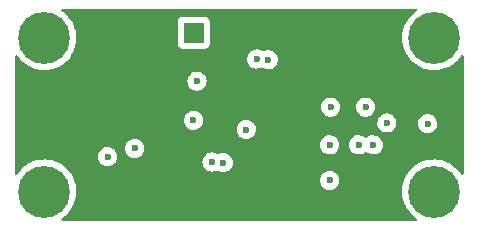
<source format=gbr>
%TF.GenerationSoftware,KiCad,Pcbnew,(6.0.4-0)*%
%TF.CreationDate,2022-07-19T08:11:49-06:00*%
%TF.ProjectId,two-wire-single,74776f2d-7769-4726-952d-73696e676c65,rev?*%
%TF.SameCoordinates,Original*%
%TF.FileFunction,Copper,L3,Inr*%
%TF.FilePolarity,Positive*%
%FSLAX46Y46*%
G04 Gerber Fmt 4.6, Leading zero omitted, Abs format (unit mm)*
G04 Created by KiCad (PCBNEW (6.0.4-0)) date 2022-07-19 08:11:49*
%MOMM*%
%LPD*%
G01*
G04 APERTURE LIST*
%TA.AperFunction,ComponentPad*%
%ADD10C,0.700000*%
%TD*%
%TA.AperFunction,ComponentPad*%
%ADD11C,4.400000*%
%TD*%
%TA.AperFunction,ComponentPad*%
%ADD12R,1.700000X1.700000*%
%TD*%
%TA.AperFunction,ViaPad*%
%ADD13C,0.600000*%
%TD*%
G04 APERTURE END LIST*
D10*
%TO.N,GNDPWR*%
%TO.C,MH1*%
X101350000Y-84000000D03*
X103000000Y-82350000D03*
X104166726Y-85166726D03*
X104166726Y-82833274D03*
D11*
X103000000Y-84000000D03*
D10*
X104650000Y-84000000D03*
X101833274Y-82833274D03*
X101833274Y-85166726D03*
X103000000Y-85650000D03*
%TD*%
D11*
%TO.N,GNDPWR*%
%TO.C,MH2*%
X136000000Y-84000000D03*
D10*
X137166726Y-82833274D03*
X134350000Y-84000000D03*
X137650000Y-84000000D03*
X137166726Y-85166726D03*
X136000000Y-82350000D03*
X136000000Y-85650000D03*
X134833274Y-85166726D03*
X134833274Y-82833274D03*
%TD*%
%TO.N,GNDPWR*%
%TO.C,MH3*%
X101833274Y-98166726D03*
D11*
X103000000Y-97000000D03*
D10*
X104166726Y-98166726D03*
X101833274Y-95833274D03*
X104166726Y-95833274D03*
X103000000Y-95350000D03*
X104650000Y-97000000D03*
X101350000Y-97000000D03*
X103000000Y-98650000D03*
%TD*%
D11*
%TO.N,GNDPWR*%
%TO.C,MH4*%
X136000000Y-97000000D03*
D10*
X134833274Y-95833274D03*
X134350000Y-97000000D03*
X137650000Y-97000000D03*
X136000000Y-95350000D03*
X137166726Y-98166726D03*
X137166726Y-95833274D03*
X134833274Y-98166726D03*
X136000000Y-98650000D03*
%TD*%
D12*
%TO.N,/Channel1/~{DRDY}*%
%TO.C,J3*%
X115650000Y-83550000D03*
%TD*%
D13*
%TO.N,GND*%
X127250000Y-86150000D03*
X120750000Y-90250000D03*
X112050000Y-93550000D03*
X132050000Y-92200000D03*
X118750000Y-89250000D03*
X122250000Y-94950000D03*
X113050000Y-92050000D03*
%TO.N,/Channel1/AIN1*%
X117201808Y-94501808D03*
X110650000Y-93350000D03*
%TO.N,/Channel1/AIN0*%
X108350000Y-94050000D03*
X118150000Y-94550000D03*
%TO.N,VD*%
X132000000Y-91200000D03*
X127250000Y-89850000D03*
X135450000Y-91250000D03*
X130200000Y-89850000D03*
%TO.N,Net-(C11-Pad2)*%
X115925000Y-87650000D03*
X115625000Y-90975000D03*
%TO.N,/Channel1/A1*%
X120968090Y-85773551D03*
%TO.N,/Channel1/A0*%
X121950000Y-85850000D03*
%TO.N,/Channel1/~{DRDY}*%
X120100000Y-91750000D03*
%TO.N,/sda-tx*%
X129600010Y-93050000D03*
X130850010Y-93050000D03*
%TO.N,/Channel1/sda*%
X127150000Y-93050000D03*
%TO.N,/Channel1/scl*%
X127150000Y-96050000D03*
%TD*%
%TA.AperFunction,Conductor*%
%TO.N,GND*%
G36*
X134500316Y-81528502D02*
G01*
X134546809Y-81582158D01*
X134556913Y-81652432D01*
X134527419Y-81717012D01*
X134496618Y-81742785D01*
X134478074Y-81753817D01*
X134478068Y-81753821D01*
X134474814Y-81755757D01*
X134216244Y-81955243D01*
X133983513Y-82184347D01*
X133981149Y-82187314D01*
X133981146Y-82187317D01*
X133866365Y-82331358D01*
X133779991Y-82439751D01*
X133608626Y-82717757D01*
X133471902Y-83014336D01*
X133470741Y-83017940D01*
X133470741Y-83017941D01*
X133462196Y-83044477D01*
X133371797Y-83325192D01*
X133371079Y-83328903D01*
X133371078Y-83328907D01*
X133310482Y-83642105D01*
X133310481Y-83642114D01*
X133309763Y-83645824D01*
X133286698Y-83971585D01*
X133302936Y-84297759D01*
X133303577Y-84301490D01*
X133303578Y-84301498D01*
X133340731Y-84517715D01*
X133358241Y-84619619D01*
X133359329Y-84623258D01*
X133359330Y-84623261D01*
X133428267Y-84853767D01*
X133451814Y-84932504D01*
X133453327Y-84935975D01*
X133453329Y-84935981D01*
X133505362Y-85055364D01*
X133582297Y-85231881D01*
X133584220Y-85235152D01*
X133584222Y-85235156D01*
X133626584Y-85307215D01*
X133747802Y-85513414D01*
X133750103Y-85516429D01*
X133943631Y-85770012D01*
X133943636Y-85770017D01*
X133945931Y-85773025D01*
X134173814Y-86006953D01*
X134246635Y-86065607D01*
X134425196Y-86209431D01*
X134425201Y-86209435D01*
X134428149Y-86211809D01*
X134705253Y-86384627D01*
X135001112Y-86522903D01*
X135004721Y-86524086D01*
X135208679Y-86590947D01*
X135311440Y-86624634D01*
X135631742Y-86688346D01*
X135635514Y-86688633D01*
X135635522Y-86688634D01*
X135953602Y-86712829D01*
X135953607Y-86712829D01*
X135957379Y-86713116D01*
X136283633Y-86698586D01*
X136343425Y-86688634D01*
X136602037Y-86645590D01*
X136602042Y-86645589D01*
X136605778Y-86644967D01*
X136919149Y-86553034D01*
X136922616Y-86551544D01*
X136922620Y-86551543D01*
X137215721Y-86425616D01*
X137215723Y-86425615D01*
X137219205Y-86424119D01*
X137501601Y-86260091D01*
X137762245Y-86063324D01*
X137894633Y-85935702D01*
X137994632Y-85839303D01*
X137994635Y-85839300D01*
X137997363Y-85836670D01*
X138133261Y-85669745D01*
X138201155Y-85586351D01*
X138201158Y-85586347D01*
X138203549Y-85583410D01*
X138258939Y-85495622D01*
X138312205Y-85448685D01*
X138382392Y-85437996D01*
X138447217Y-85466951D01*
X138486096Y-85526355D01*
X138491500Y-85562859D01*
X138491500Y-95433521D01*
X138471498Y-95501642D01*
X138417842Y-95548135D01*
X138347568Y-95558239D01*
X138282988Y-95528745D01*
X138257557Y-95498515D01*
X138236226Y-95463084D01*
X138233899Y-95460100D01*
X138233894Y-95460093D01*
X138037726Y-95208558D01*
X138037724Y-95208556D01*
X138035390Y-95205563D01*
X137805070Y-94974034D01*
X137548603Y-94771852D01*
X137269705Y-94601945D01*
X137266261Y-94600379D01*
X137266257Y-94600377D01*
X137039904Y-94497461D01*
X136972414Y-94466775D01*
X136661037Y-94368300D01*
X136443492Y-94327390D01*
X136343809Y-94308645D01*
X136343807Y-94308645D01*
X136340086Y-94307945D01*
X136014208Y-94286586D01*
X136010428Y-94286794D01*
X136010427Y-94286794D01*
X135912897Y-94292162D01*
X135688124Y-94304532D01*
X135684397Y-94305193D01*
X135684393Y-94305193D01*
X135527340Y-94333027D01*
X135366557Y-94361522D01*
X135362941Y-94362624D01*
X135362933Y-94362626D01*
X135057789Y-94455627D01*
X135054167Y-94456731D01*
X134755477Y-94588781D01*
X134730041Y-94603914D01*
X134478074Y-94753817D01*
X134478068Y-94753821D01*
X134474814Y-94755757D01*
X134471812Y-94758073D01*
X134336447Y-94862507D01*
X134216244Y-94955243D01*
X133983513Y-95184347D01*
X133981149Y-95187314D01*
X133981146Y-95187317D01*
X133804605Y-95408862D01*
X133779991Y-95439751D01*
X133608626Y-95717757D01*
X133471902Y-96014336D01*
X133470741Y-96017940D01*
X133470741Y-96017941D01*
X133462196Y-96044477D01*
X133371797Y-96325192D01*
X133371079Y-96328903D01*
X133371078Y-96328907D01*
X133310482Y-96642105D01*
X133310481Y-96642114D01*
X133309763Y-96645824D01*
X133309496Y-96649600D01*
X133309495Y-96649605D01*
X133295673Y-96844820D01*
X133286698Y-96971585D01*
X133302936Y-97297759D01*
X133303577Y-97301490D01*
X133303578Y-97301498D01*
X133318109Y-97386060D01*
X133358241Y-97619619D01*
X133451814Y-97932504D01*
X133582297Y-98231881D01*
X133584220Y-98235152D01*
X133584222Y-98235156D01*
X133626584Y-98307215D01*
X133747802Y-98513414D01*
X133750103Y-98516429D01*
X133943631Y-98770012D01*
X133943636Y-98770017D01*
X133945931Y-98773025D01*
X134173814Y-99006953D01*
X134246635Y-99065607D01*
X134425196Y-99209431D01*
X134425201Y-99209435D01*
X134428149Y-99211809D01*
X134431371Y-99213818D01*
X134431376Y-99213822D01*
X134503156Y-99258588D01*
X134550373Y-99311607D01*
X134561429Y-99381738D01*
X134532815Y-99446713D01*
X134473615Y-99485903D01*
X134436480Y-99491500D01*
X104570222Y-99491500D01*
X104502101Y-99471498D01*
X104455608Y-99417842D01*
X104445504Y-99347568D01*
X104474998Y-99282988D01*
X104499890Y-99261085D01*
X104501601Y-99260091D01*
X104504623Y-99257810D01*
X104504627Y-99257807D01*
X104759221Y-99065607D01*
X104759222Y-99065606D01*
X104762245Y-99063324D01*
X104997363Y-98836670D01*
X105203549Y-98583410D01*
X105255429Y-98501185D01*
X105375788Y-98310428D01*
X105375790Y-98310425D01*
X105377815Y-98307215D01*
X105517638Y-98012084D01*
X105544188Y-97932504D01*
X105619790Y-97705897D01*
X105619792Y-97705891D01*
X105620992Y-97702293D01*
X105686381Y-97382329D01*
X105692956Y-97301498D01*
X105712674Y-97059061D01*
X105712856Y-97056826D01*
X105713451Y-97000000D01*
X105711510Y-96967796D01*
X105694026Y-96677793D01*
X105694026Y-96677789D01*
X105693798Y-96674015D01*
X105688650Y-96645824D01*
X105635805Y-96356473D01*
X105635804Y-96356469D01*
X105635125Y-96352751D01*
X105627722Y-96328907D01*
X105539404Y-96044477D01*
X105538282Y-96040863D01*
X105537285Y-96038640D01*
X126336463Y-96038640D01*
X126354163Y-96219160D01*
X126411418Y-96391273D01*
X126415065Y-96397295D01*
X126415066Y-96397297D01*
X126425978Y-96415314D01*
X126505380Y-96546424D01*
X126631382Y-96676902D01*
X126783159Y-96776222D01*
X126789763Y-96778678D01*
X126789765Y-96778679D01*
X126946558Y-96836990D01*
X126946560Y-96836990D01*
X126953168Y-96839448D01*
X127036995Y-96850633D01*
X127125980Y-96862507D01*
X127125984Y-96862507D01*
X127132961Y-96863438D01*
X127139972Y-96862800D01*
X127139976Y-96862800D01*
X127282459Y-96849832D01*
X127313600Y-96846998D01*
X127320302Y-96844820D01*
X127320304Y-96844820D01*
X127479409Y-96793124D01*
X127479412Y-96793123D01*
X127486108Y-96790947D01*
X127641912Y-96698069D01*
X127773266Y-96572982D01*
X127873643Y-96421902D01*
X127938055Y-96252338D01*
X127939035Y-96245366D01*
X127962748Y-96076639D01*
X127962748Y-96076636D01*
X127963299Y-96072717D01*
X127963616Y-96050000D01*
X127943397Y-95869745D01*
X127941080Y-95863091D01*
X127886064Y-95705106D01*
X127886062Y-95705103D01*
X127883745Y-95698448D01*
X127787626Y-95544624D01*
X127773941Y-95530843D01*
X127664778Y-95420915D01*
X127664774Y-95420912D01*
X127659815Y-95415918D01*
X127648697Y-95408862D01*
X127547782Y-95344820D01*
X127506666Y-95318727D01*
X127444605Y-95296628D01*
X127342425Y-95260243D01*
X127342420Y-95260242D01*
X127335790Y-95257881D01*
X127328802Y-95257048D01*
X127328799Y-95257047D01*
X127205698Y-95242368D01*
X127155680Y-95236404D01*
X127148677Y-95237140D01*
X127148676Y-95237140D01*
X126982288Y-95254628D01*
X126982286Y-95254629D01*
X126975288Y-95255364D01*
X126803579Y-95313818D01*
X126797575Y-95317512D01*
X126655095Y-95405166D01*
X126655092Y-95405168D01*
X126649088Y-95408862D01*
X126644053Y-95413793D01*
X126644050Y-95413795D01*
X126524525Y-95530843D01*
X126519493Y-95535771D01*
X126421235Y-95688238D01*
X126418826Y-95694858D01*
X126418824Y-95694861D01*
X126400088Y-95746338D01*
X126359197Y-95858685D01*
X126336463Y-96038640D01*
X105537285Y-96038640D01*
X105404670Y-95742869D01*
X105236226Y-95463084D01*
X105233899Y-95460100D01*
X105233894Y-95460093D01*
X105037726Y-95208558D01*
X105037724Y-95208556D01*
X105035390Y-95205563D01*
X104805070Y-94974034D01*
X104548603Y-94771852D01*
X104269705Y-94601945D01*
X104266261Y-94600379D01*
X104266257Y-94600377D01*
X104039904Y-94497461D01*
X103972414Y-94466775D01*
X103661037Y-94368300D01*
X103443492Y-94327390D01*
X103343809Y-94308645D01*
X103343807Y-94308645D01*
X103340086Y-94307945D01*
X103014208Y-94286586D01*
X103010428Y-94286794D01*
X103010427Y-94286794D01*
X102912897Y-94292162D01*
X102688124Y-94304532D01*
X102684397Y-94305193D01*
X102684393Y-94305193D01*
X102527340Y-94333027D01*
X102366557Y-94361522D01*
X102362941Y-94362624D01*
X102362933Y-94362626D01*
X102057789Y-94455627D01*
X102054167Y-94456731D01*
X101755477Y-94588781D01*
X101730041Y-94603914D01*
X101478074Y-94753817D01*
X101478068Y-94753821D01*
X101474814Y-94755757D01*
X101471812Y-94758073D01*
X101336447Y-94862507D01*
X101216244Y-94955243D01*
X100983513Y-95184347D01*
X100981149Y-95187314D01*
X100981146Y-95187317D01*
X100804605Y-95408862D01*
X100779991Y-95439751D01*
X100778000Y-95442981D01*
X100741760Y-95501773D01*
X100688988Y-95549266D01*
X100618916Y-95560690D01*
X100553792Y-95532416D01*
X100514293Y-95473422D01*
X100508500Y-95435657D01*
X100508500Y-94038640D01*
X107536463Y-94038640D01*
X107554163Y-94219160D01*
X107611418Y-94391273D01*
X107615065Y-94397295D01*
X107615066Y-94397297D01*
X107625978Y-94415314D01*
X107705380Y-94546424D01*
X107710269Y-94551487D01*
X107710270Y-94551488D01*
X107746284Y-94588781D01*
X107831382Y-94676902D01*
X107837278Y-94680760D01*
X107948921Y-94753817D01*
X107983159Y-94776222D01*
X107989763Y-94778678D01*
X107989765Y-94778679D01*
X108146558Y-94836990D01*
X108146560Y-94836990D01*
X108153168Y-94839448D01*
X108236995Y-94850633D01*
X108325980Y-94862507D01*
X108325984Y-94862507D01*
X108332961Y-94863438D01*
X108339972Y-94862800D01*
X108339976Y-94862800D01*
X108482459Y-94849832D01*
X108513600Y-94846998D01*
X108520302Y-94844820D01*
X108520304Y-94844820D01*
X108679409Y-94793124D01*
X108679412Y-94793123D01*
X108686108Y-94790947D01*
X108841912Y-94698069D01*
X108973266Y-94572982D01*
X109028101Y-94490448D01*
X116388271Y-94490448D01*
X116405971Y-94670968D01*
X116463226Y-94843081D01*
X116466873Y-94849103D01*
X116466874Y-94849105D01*
X116529748Y-94952922D01*
X116557188Y-94998232D01*
X116683190Y-95128710D01*
X116689086Y-95132568D01*
X116805211Y-95208558D01*
X116834967Y-95228030D01*
X116841571Y-95230486D01*
X116841573Y-95230487D01*
X116998366Y-95288798D01*
X116998368Y-95288798D01*
X117004976Y-95291256D01*
X117088803Y-95302441D01*
X117177788Y-95314315D01*
X117177792Y-95314315D01*
X117184769Y-95315246D01*
X117191780Y-95314608D01*
X117191784Y-95314608D01*
X117334267Y-95301640D01*
X117365408Y-95298806D01*
X117372110Y-95296628D01*
X117372112Y-95296628D01*
X117531217Y-95244932D01*
X117531220Y-95244931D01*
X117537916Y-95242755D01*
X117562618Y-95228030D01*
X117571859Y-95222521D01*
X117640614Y-95204821D01*
X117705368Y-95225317D01*
X117783159Y-95276222D01*
X117789763Y-95278678D01*
X117789765Y-95278679D01*
X117946558Y-95336990D01*
X117946560Y-95336990D01*
X117953168Y-95339448D01*
X118036995Y-95350633D01*
X118125980Y-95362507D01*
X118125984Y-95362507D01*
X118132961Y-95363438D01*
X118139972Y-95362800D01*
X118139976Y-95362800D01*
X118282459Y-95349832D01*
X118313600Y-95346998D01*
X118320302Y-95344820D01*
X118320304Y-95344820D01*
X118479409Y-95293124D01*
X118479412Y-95293123D01*
X118486108Y-95290947D01*
X118598124Y-95224172D01*
X118635860Y-95201677D01*
X118635862Y-95201676D01*
X118641912Y-95198069D01*
X118773266Y-95072982D01*
X118873643Y-94921902D01*
X118938055Y-94752338D01*
X118948115Y-94680760D01*
X118962748Y-94576639D01*
X118962748Y-94576636D01*
X118963299Y-94572717D01*
X118963616Y-94550000D01*
X118943397Y-94369745D01*
X118940918Y-94362626D01*
X118886064Y-94205106D01*
X118886062Y-94205103D01*
X118883745Y-94198448D01*
X118807631Y-94076639D01*
X118791359Y-94050598D01*
X118787626Y-94044624D01*
X118781684Y-94038640D01*
X118664778Y-93920915D01*
X118664774Y-93920912D01*
X118659815Y-93915918D01*
X118506666Y-93818727D01*
X118477463Y-93808328D01*
X118342425Y-93760243D01*
X118342420Y-93760242D01*
X118335790Y-93757881D01*
X118328802Y-93757048D01*
X118328799Y-93757047D01*
X118205698Y-93742368D01*
X118155680Y-93736404D01*
X118148677Y-93737140D01*
X118148676Y-93737140D01*
X117982288Y-93754628D01*
X117982286Y-93754629D01*
X117975288Y-93755364D01*
X117906800Y-93778679D01*
X117810249Y-93811547D01*
X117810246Y-93811548D01*
X117803579Y-93813818D01*
X117780813Y-93827824D01*
X117712312Y-93846482D01*
X117647277Y-93826891D01*
X117640367Y-93822506D01*
X117558474Y-93770535D01*
X117513802Y-93754628D01*
X117394233Y-93712051D01*
X117394228Y-93712050D01*
X117387598Y-93709689D01*
X117380610Y-93708856D01*
X117380607Y-93708855D01*
X117257506Y-93694176D01*
X117207488Y-93688212D01*
X117200485Y-93688948D01*
X117200484Y-93688948D01*
X117034096Y-93706436D01*
X117034094Y-93706437D01*
X117027096Y-93707172D01*
X116855387Y-93765626D01*
X116849383Y-93769320D01*
X116706903Y-93856974D01*
X116706900Y-93856976D01*
X116700896Y-93860670D01*
X116695861Y-93865601D01*
X116695858Y-93865603D01*
X116587379Y-93971834D01*
X116571301Y-93987579D01*
X116473043Y-94140046D01*
X116470634Y-94146666D01*
X116470632Y-94146669D01*
X116441815Y-94225844D01*
X116411005Y-94310493D01*
X116388271Y-94490448D01*
X109028101Y-94490448D01*
X109073643Y-94421902D01*
X109138055Y-94252338D01*
X109139035Y-94245366D01*
X109162748Y-94076639D01*
X109162748Y-94076636D01*
X109163299Y-94072717D01*
X109163616Y-94050000D01*
X109143397Y-93869745D01*
X109141080Y-93863091D01*
X109086064Y-93705106D01*
X109086062Y-93705103D01*
X109083745Y-93698448D01*
X108987626Y-93544624D01*
X108871588Y-93427773D01*
X108864778Y-93420915D01*
X108864774Y-93420912D01*
X108859815Y-93415918D01*
X108848697Y-93408862D01*
X108785501Y-93368757D01*
X108738044Y-93338640D01*
X109836463Y-93338640D01*
X109854163Y-93519160D01*
X109911418Y-93691273D01*
X109915065Y-93697295D01*
X109915066Y-93697297D01*
X110001720Y-93840380D01*
X110005380Y-93846424D01*
X110010269Y-93851487D01*
X110010270Y-93851488D01*
X110072490Y-93915918D01*
X110131382Y-93976902D01*
X110147698Y-93987579D01*
X110243088Y-94050000D01*
X110283159Y-94076222D01*
X110289763Y-94078678D01*
X110289765Y-94078679D01*
X110446558Y-94136990D01*
X110446560Y-94136990D01*
X110453168Y-94139448D01*
X110536995Y-94150633D01*
X110625980Y-94162507D01*
X110625984Y-94162507D01*
X110632961Y-94163438D01*
X110639972Y-94162800D01*
X110639976Y-94162800D01*
X110782459Y-94149832D01*
X110813600Y-94146998D01*
X110820302Y-94144820D01*
X110820304Y-94144820D01*
X110979409Y-94093124D01*
X110979412Y-94093123D01*
X110986108Y-94090947D01*
X111141912Y-93998069D01*
X111273266Y-93872982D01*
X111373643Y-93721902D01*
X111438055Y-93552338D01*
X111439733Y-93540401D01*
X111462748Y-93376639D01*
X111462748Y-93376636D01*
X111463299Y-93372717D01*
X111463616Y-93350000D01*
X111443397Y-93169745D01*
X111441080Y-93163091D01*
X111397742Y-93038640D01*
X126336463Y-93038640D01*
X126354163Y-93219160D01*
X126411418Y-93391273D01*
X126415065Y-93397295D01*
X126415066Y-93397297D01*
X126501264Y-93539627D01*
X126505380Y-93546424D01*
X126631382Y-93676902D01*
X126680211Y-93708855D01*
X126772612Y-93769320D01*
X126783159Y-93776222D01*
X126789763Y-93778678D01*
X126789765Y-93778679D01*
X126946558Y-93836990D01*
X126946560Y-93836990D01*
X126953168Y-93839448D01*
X127036995Y-93850633D01*
X127125980Y-93862507D01*
X127125984Y-93862507D01*
X127132961Y-93863438D01*
X127139972Y-93862800D01*
X127139976Y-93862800D01*
X127282459Y-93849832D01*
X127313600Y-93846998D01*
X127320302Y-93844820D01*
X127320304Y-93844820D01*
X127479409Y-93793124D01*
X127479412Y-93793123D01*
X127486108Y-93790947D01*
X127601932Y-93721902D01*
X127635860Y-93701677D01*
X127635862Y-93701676D01*
X127641912Y-93698069D01*
X127773266Y-93572982D01*
X127873643Y-93421902D01*
X127938055Y-93252338D01*
X127940191Y-93237140D01*
X127962748Y-93076639D01*
X127962748Y-93076636D01*
X127963299Y-93072717D01*
X127963616Y-93050000D01*
X127962342Y-93038640D01*
X128786473Y-93038640D01*
X128804173Y-93219160D01*
X128861428Y-93391273D01*
X128865075Y-93397295D01*
X128865076Y-93397297D01*
X128951274Y-93539627D01*
X128955390Y-93546424D01*
X129081392Y-93676902D01*
X129130221Y-93708855D01*
X129222622Y-93769320D01*
X129233169Y-93776222D01*
X129239773Y-93778678D01*
X129239775Y-93778679D01*
X129396568Y-93836990D01*
X129396570Y-93836990D01*
X129403178Y-93839448D01*
X129487005Y-93850633D01*
X129575990Y-93862507D01*
X129575994Y-93862507D01*
X129582971Y-93863438D01*
X129589982Y-93862800D01*
X129589986Y-93862800D01*
X129732469Y-93849832D01*
X129763610Y-93846998D01*
X129770312Y-93844820D01*
X129770314Y-93844820D01*
X129929419Y-93793124D01*
X129929422Y-93793123D01*
X129936118Y-93790947D01*
X130051942Y-93721902D01*
X130085870Y-93701677D01*
X130085872Y-93701676D01*
X130091922Y-93698069D01*
X130136709Y-93655419D01*
X130199834Y-93622927D01*
X130270505Y-93629720D01*
X130314235Y-93659136D01*
X130331392Y-93676902D01*
X130380221Y-93708855D01*
X130472622Y-93769320D01*
X130483169Y-93776222D01*
X130489773Y-93778678D01*
X130489775Y-93778679D01*
X130646568Y-93836990D01*
X130646570Y-93836990D01*
X130653178Y-93839448D01*
X130737005Y-93850633D01*
X130825990Y-93862507D01*
X130825994Y-93862507D01*
X130832971Y-93863438D01*
X130839982Y-93862800D01*
X130839986Y-93862800D01*
X130982469Y-93849832D01*
X131013610Y-93846998D01*
X131020312Y-93844820D01*
X131020314Y-93844820D01*
X131179419Y-93793124D01*
X131179422Y-93793123D01*
X131186118Y-93790947D01*
X131301942Y-93721902D01*
X131335870Y-93701677D01*
X131335872Y-93701676D01*
X131341922Y-93698069D01*
X131473276Y-93572982D01*
X131573653Y-93421902D01*
X131638065Y-93252338D01*
X131640201Y-93237140D01*
X131662758Y-93076639D01*
X131662758Y-93076636D01*
X131663309Y-93072717D01*
X131663626Y-93050000D01*
X131643407Y-92869745D01*
X131641090Y-92863091D01*
X131586074Y-92705106D01*
X131586072Y-92705103D01*
X131583755Y-92698448D01*
X131533181Y-92617512D01*
X131491369Y-92550598D01*
X131487636Y-92544624D01*
X131482496Y-92539448D01*
X131364788Y-92420915D01*
X131364784Y-92420912D01*
X131359825Y-92415918D01*
X131348707Y-92408862D01*
X131298345Y-92376902D01*
X131206676Y-92318727D01*
X131177473Y-92308328D01*
X131042435Y-92260243D01*
X131042430Y-92260242D01*
X131035800Y-92257881D01*
X131028812Y-92257048D01*
X131028809Y-92257047D01*
X130905708Y-92242368D01*
X130855690Y-92236404D01*
X130848687Y-92237140D01*
X130848686Y-92237140D01*
X130682298Y-92254628D01*
X130682296Y-92254629D01*
X130675298Y-92255364D01*
X130503589Y-92313818D01*
X130497585Y-92317512D01*
X130355106Y-92405166D01*
X130349098Y-92408862D01*
X130344066Y-92413790D01*
X130313636Y-92443589D01*
X130250971Y-92476959D01*
X130180212Y-92471153D01*
X130136072Y-92442349D01*
X130114787Y-92420915D01*
X130109825Y-92415918D01*
X130098707Y-92408862D01*
X130048345Y-92376902D01*
X129956676Y-92318727D01*
X129927473Y-92308328D01*
X129792435Y-92260243D01*
X129792430Y-92260242D01*
X129785800Y-92257881D01*
X129778812Y-92257048D01*
X129778809Y-92257047D01*
X129655708Y-92242368D01*
X129605690Y-92236404D01*
X129598687Y-92237140D01*
X129598686Y-92237140D01*
X129432298Y-92254628D01*
X129432296Y-92254629D01*
X129425298Y-92255364D01*
X129253589Y-92313818D01*
X129247585Y-92317512D01*
X129105105Y-92405166D01*
X129105102Y-92405168D01*
X129099098Y-92408862D01*
X129094066Y-92413790D01*
X129094060Y-92413795D01*
X128974535Y-92530843D01*
X128969503Y-92535771D01*
X128871245Y-92688238D01*
X128868836Y-92694858D01*
X128868834Y-92694861D01*
X128814325Y-92844624D01*
X128809207Y-92858685D01*
X128786473Y-93038640D01*
X127962342Y-93038640D01*
X127943397Y-92869745D01*
X127941080Y-92863091D01*
X127886064Y-92705106D01*
X127886062Y-92705103D01*
X127883745Y-92698448D01*
X127833171Y-92617512D01*
X127791359Y-92550598D01*
X127787626Y-92544624D01*
X127782486Y-92539448D01*
X127664778Y-92420915D01*
X127664774Y-92420912D01*
X127659815Y-92415918D01*
X127648697Y-92408862D01*
X127598335Y-92376902D01*
X127506666Y-92318727D01*
X127477463Y-92308328D01*
X127342425Y-92260243D01*
X127342420Y-92260242D01*
X127335790Y-92257881D01*
X127328802Y-92257048D01*
X127328799Y-92257047D01*
X127205698Y-92242368D01*
X127155680Y-92236404D01*
X127148677Y-92237140D01*
X127148676Y-92237140D01*
X126982288Y-92254628D01*
X126982286Y-92254629D01*
X126975288Y-92255364D01*
X126803579Y-92313818D01*
X126797575Y-92317512D01*
X126655095Y-92405166D01*
X126655092Y-92405168D01*
X126649088Y-92408862D01*
X126644056Y-92413790D01*
X126644050Y-92413795D01*
X126524525Y-92530843D01*
X126519493Y-92535771D01*
X126421235Y-92688238D01*
X126418826Y-92694858D01*
X126418824Y-92694861D01*
X126364315Y-92844624D01*
X126359197Y-92858685D01*
X126336463Y-93038640D01*
X111397742Y-93038640D01*
X111386064Y-93005106D01*
X111386062Y-93005103D01*
X111383745Y-92998448D01*
X111287626Y-92844624D01*
X111273941Y-92830843D01*
X111164778Y-92720915D01*
X111164774Y-92720912D01*
X111159815Y-92715918D01*
X111148697Y-92708862D01*
X111100538Y-92678300D01*
X111006666Y-92618727D01*
X110977463Y-92608328D01*
X110842425Y-92560243D01*
X110842420Y-92560242D01*
X110835790Y-92557881D01*
X110828802Y-92557048D01*
X110828799Y-92557047D01*
X110705698Y-92542368D01*
X110655680Y-92536404D01*
X110648677Y-92537140D01*
X110648676Y-92537140D01*
X110482288Y-92554628D01*
X110482286Y-92554629D01*
X110475288Y-92555364D01*
X110303579Y-92613818D01*
X110297575Y-92617512D01*
X110155095Y-92705166D01*
X110155092Y-92705168D01*
X110149088Y-92708862D01*
X110144053Y-92713793D01*
X110144050Y-92713795D01*
X110024525Y-92830843D01*
X110019493Y-92835771D01*
X109921235Y-92988238D01*
X109918826Y-92994858D01*
X109918824Y-92994861D01*
X109898755Y-93050000D01*
X109859197Y-93158685D01*
X109836463Y-93338640D01*
X108738044Y-93338640D01*
X108706666Y-93318727D01*
X108677463Y-93308328D01*
X108542425Y-93260243D01*
X108542420Y-93260242D01*
X108535790Y-93257881D01*
X108528802Y-93257048D01*
X108528799Y-93257047D01*
X108405698Y-93242368D01*
X108355680Y-93236404D01*
X108348677Y-93237140D01*
X108348676Y-93237140D01*
X108182288Y-93254628D01*
X108182286Y-93254629D01*
X108175288Y-93255364D01*
X108003579Y-93313818D01*
X107997575Y-93317512D01*
X107855095Y-93405166D01*
X107855092Y-93405168D01*
X107849088Y-93408862D01*
X107844053Y-93413793D01*
X107844050Y-93413795D01*
X107729630Y-93525844D01*
X107719493Y-93535771D01*
X107621235Y-93688238D01*
X107618826Y-93694858D01*
X107618824Y-93694861D01*
X107561606Y-93852066D01*
X107559197Y-93858685D01*
X107536463Y-94038640D01*
X100508500Y-94038640D01*
X100508500Y-90963640D01*
X114811463Y-90963640D01*
X114829163Y-91144160D01*
X114886418Y-91316273D01*
X114890065Y-91322295D01*
X114890066Y-91322297D01*
X114964599Y-91445366D01*
X114980380Y-91471424D01*
X115106382Y-91601902D01*
X115112278Y-91605760D01*
X115241623Y-91690401D01*
X115258159Y-91701222D01*
X115264763Y-91703678D01*
X115264765Y-91703679D01*
X115421558Y-91761990D01*
X115421560Y-91761990D01*
X115428168Y-91764448D01*
X115511995Y-91775633D01*
X115600980Y-91787507D01*
X115600984Y-91787507D01*
X115607961Y-91788438D01*
X115614972Y-91787800D01*
X115614976Y-91787800D01*
X115757459Y-91774832D01*
X115788600Y-91771998D01*
X115795302Y-91769820D01*
X115795304Y-91769820D01*
X115891267Y-91738640D01*
X119286463Y-91738640D01*
X119304163Y-91919160D01*
X119361418Y-92091273D01*
X119365065Y-92097295D01*
X119365066Y-92097297D01*
X119449817Y-92237238D01*
X119455380Y-92246424D01*
X119460269Y-92251487D01*
X119460270Y-92251488D01*
X119466204Y-92257633D01*
X119581382Y-92376902D01*
X119641005Y-92415918D01*
X119725413Y-92471153D01*
X119733159Y-92476222D01*
X119739763Y-92478678D01*
X119739765Y-92478679D01*
X119896558Y-92536990D01*
X119896560Y-92536990D01*
X119903168Y-92539448D01*
X119986732Y-92550598D01*
X120075980Y-92562507D01*
X120075984Y-92562507D01*
X120082961Y-92563438D01*
X120089972Y-92562800D01*
X120089976Y-92562800D01*
X120232459Y-92549832D01*
X120263600Y-92546998D01*
X120270302Y-92544820D01*
X120270304Y-92544820D01*
X120429409Y-92493124D01*
X120429412Y-92493123D01*
X120436108Y-92490947D01*
X120561970Y-92415918D01*
X120585860Y-92401677D01*
X120585862Y-92401676D01*
X120591912Y-92398069D01*
X120723266Y-92272982D01*
X120823643Y-92121902D01*
X120871090Y-91996998D01*
X120885555Y-91958920D01*
X120885556Y-91958918D01*
X120888055Y-91952338D01*
X120891380Y-91928679D01*
X120912748Y-91776639D01*
X120912748Y-91776636D01*
X120913299Y-91772717D01*
X120913616Y-91750000D01*
X120893397Y-91569745D01*
X120891080Y-91563091D01*
X120836064Y-91405106D01*
X120836062Y-91405103D01*
X120833745Y-91398448D01*
X120737626Y-91244624D01*
X120728835Y-91235771D01*
X120682032Y-91188640D01*
X131186463Y-91188640D01*
X131204163Y-91369160D01*
X131261418Y-91541273D01*
X131265065Y-91547295D01*
X131265066Y-91547297D01*
X131295067Y-91596834D01*
X131355380Y-91696424D01*
X131360269Y-91701487D01*
X131360270Y-91701488D01*
X131381027Y-91722982D01*
X131481382Y-91826902D01*
X131633159Y-91926222D01*
X131639763Y-91928678D01*
X131639765Y-91928679D01*
X131796558Y-91986990D01*
X131796560Y-91986990D01*
X131803168Y-91989448D01*
X131886995Y-92000633D01*
X131975980Y-92012507D01*
X131975984Y-92012507D01*
X131982961Y-92013438D01*
X131989972Y-92012800D01*
X131989976Y-92012800D01*
X132132459Y-91999832D01*
X132163600Y-91996998D01*
X132170302Y-91994820D01*
X132170304Y-91994820D01*
X132329409Y-91943124D01*
X132329412Y-91943123D01*
X132336108Y-91940947D01*
X132491912Y-91848069D01*
X132623266Y-91722982D01*
X132723643Y-91571902D01*
X132781665Y-91419160D01*
X132785555Y-91408920D01*
X132785556Y-91408918D01*
X132788055Y-91402338D01*
X132790037Y-91388238D01*
X132811061Y-91238640D01*
X134636463Y-91238640D01*
X134654163Y-91419160D01*
X134711418Y-91591273D01*
X134715065Y-91597295D01*
X134715066Y-91597297D01*
X134794126Y-91727841D01*
X134805380Y-91746424D01*
X134810269Y-91751487D01*
X134810270Y-91751488D01*
X134845953Y-91788438D01*
X134931382Y-91876902D01*
X135083159Y-91976222D01*
X135089763Y-91978678D01*
X135089765Y-91978679D01*
X135246558Y-92036990D01*
X135246560Y-92036990D01*
X135253168Y-92039448D01*
X135336995Y-92050633D01*
X135425980Y-92062507D01*
X135425984Y-92062507D01*
X135432961Y-92063438D01*
X135439972Y-92062800D01*
X135439976Y-92062800D01*
X135582459Y-92049832D01*
X135613600Y-92046998D01*
X135620302Y-92044820D01*
X135620304Y-92044820D01*
X135779409Y-91993124D01*
X135779412Y-91993123D01*
X135786108Y-91990947D01*
X135906532Y-91919160D01*
X135935860Y-91901677D01*
X135935862Y-91901676D01*
X135941912Y-91898069D01*
X136073266Y-91772982D01*
X136173643Y-91621902D01*
X136220716Y-91497982D01*
X136235555Y-91458920D01*
X136235556Y-91458918D01*
X136238055Y-91452338D01*
X136239035Y-91445366D01*
X136262748Y-91276639D01*
X136262748Y-91276636D01*
X136263299Y-91272717D01*
X136263616Y-91250000D01*
X136243397Y-91069745D01*
X136241080Y-91063091D01*
X136186064Y-90905106D01*
X136186062Y-90905103D01*
X136183745Y-90898448D01*
X136152502Y-90848448D01*
X136091359Y-90750598D01*
X136087626Y-90744624D01*
X136073941Y-90730843D01*
X135964778Y-90620915D01*
X135964774Y-90620912D01*
X135959815Y-90615918D01*
X135948697Y-90608862D01*
X135864085Y-90555166D01*
X135806666Y-90518727D01*
X135758784Y-90501677D01*
X135642425Y-90460243D01*
X135642420Y-90460242D01*
X135635790Y-90457881D01*
X135628802Y-90457048D01*
X135628799Y-90457047D01*
X135505698Y-90442368D01*
X135455680Y-90436404D01*
X135448677Y-90437140D01*
X135448676Y-90437140D01*
X135282288Y-90454628D01*
X135282286Y-90454629D01*
X135275288Y-90455364D01*
X135103579Y-90513818D01*
X135097575Y-90517512D01*
X134955095Y-90605166D01*
X134955092Y-90605168D01*
X134949088Y-90608862D01*
X134944053Y-90613793D01*
X134944050Y-90613795D01*
X134855410Y-90700598D01*
X134819493Y-90735771D01*
X134721235Y-90888238D01*
X134718826Y-90894858D01*
X134718824Y-90894861D01*
X134661606Y-91052066D01*
X134659197Y-91058685D01*
X134636463Y-91238640D01*
X132811061Y-91238640D01*
X132812748Y-91226639D01*
X132812748Y-91226636D01*
X132813299Y-91222717D01*
X132813616Y-91200000D01*
X132793397Y-91019745D01*
X132790542Y-91011547D01*
X132736064Y-90855106D01*
X132736062Y-90855103D01*
X132733745Y-90848448D01*
X132637626Y-90694624D01*
X132606657Y-90663438D01*
X132514778Y-90570915D01*
X132514774Y-90570912D01*
X132509815Y-90565918D01*
X132498697Y-90558862D01*
X132408587Y-90501677D01*
X132356666Y-90468727D01*
X132317071Y-90454628D01*
X132192425Y-90410243D01*
X132192420Y-90410242D01*
X132185790Y-90407881D01*
X132178802Y-90407048D01*
X132178799Y-90407047D01*
X132055698Y-90392368D01*
X132005680Y-90386404D01*
X131998677Y-90387140D01*
X131998676Y-90387140D01*
X131832288Y-90404628D01*
X131832286Y-90404629D01*
X131825288Y-90405364D01*
X131653579Y-90463818D01*
X131605802Y-90493211D01*
X131505095Y-90555166D01*
X131505092Y-90555168D01*
X131499088Y-90558862D01*
X131494053Y-90563793D01*
X131494050Y-90563795D01*
X131374525Y-90680843D01*
X131369493Y-90685771D01*
X131271235Y-90838238D01*
X131268826Y-90844858D01*
X131268824Y-90844861D01*
X131211606Y-91002066D01*
X131209197Y-91008685D01*
X131186463Y-91188640D01*
X120682032Y-91188640D01*
X120614778Y-91120915D01*
X120614774Y-91120912D01*
X120609815Y-91115918D01*
X120598697Y-91108862D01*
X120530644Y-91065675D01*
X120456666Y-91018727D01*
X120427463Y-91008328D01*
X120292425Y-90960243D01*
X120292420Y-90960242D01*
X120285790Y-90957881D01*
X120278802Y-90957048D01*
X120278799Y-90957047D01*
X120155698Y-90942368D01*
X120105680Y-90936404D01*
X120098677Y-90937140D01*
X120098676Y-90937140D01*
X119932288Y-90954628D01*
X119932286Y-90954629D01*
X119925288Y-90955364D01*
X119753579Y-91013818D01*
X119691408Y-91052066D01*
X119605095Y-91105166D01*
X119605092Y-91105168D01*
X119599088Y-91108862D01*
X119594053Y-91113793D01*
X119594050Y-91113795D01*
X119510460Y-91195653D01*
X119469493Y-91235771D01*
X119371235Y-91388238D01*
X119368826Y-91394858D01*
X119368824Y-91394861D01*
X119317967Y-91534590D01*
X119309197Y-91558685D01*
X119286463Y-91738640D01*
X115891267Y-91738640D01*
X115954409Y-91718124D01*
X115954412Y-91718123D01*
X115961108Y-91715947D01*
X116116912Y-91623069D01*
X116248266Y-91497982D01*
X116348643Y-91346902D01*
X116397321Y-91218757D01*
X116410555Y-91183920D01*
X116410556Y-91183918D01*
X116413055Y-91177338D01*
X116414035Y-91170366D01*
X116437748Y-91001639D01*
X116437748Y-91001636D01*
X116438299Y-90997717D01*
X116438616Y-90975000D01*
X116418397Y-90794745D01*
X116416080Y-90788091D01*
X116361064Y-90630106D01*
X116361062Y-90630103D01*
X116358745Y-90623448D01*
X116336182Y-90587340D01*
X116266359Y-90475598D01*
X116262626Y-90469624D01*
X116257664Y-90464627D01*
X116139778Y-90345915D01*
X116139774Y-90345912D01*
X116134815Y-90340918D01*
X116123697Y-90333862D01*
X116075538Y-90303300D01*
X115981666Y-90243727D01*
X115901873Y-90215314D01*
X115817425Y-90185243D01*
X115817420Y-90185242D01*
X115810790Y-90182881D01*
X115803802Y-90182048D01*
X115803799Y-90182047D01*
X115680698Y-90167368D01*
X115630680Y-90161404D01*
X115623677Y-90162140D01*
X115623676Y-90162140D01*
X115457288Y-90179628D01*
X115457286Y-90179629D01*
X115450288Y-90180364D01*
X115278579Y-90238818D01*
X115272575Y-90242512D01*
X115130095Y-90330166D01*
X115130092Y-90330168D01*
X115124088Y-90333862D01*
X115119053Y-90338793D01*
X115119050Y-90338795D01*
X115018624Y-90437140D01*
X114994493Y-90460771D01*
X114896235Y-90613238D01*
X114893826Y-90619858D01*
X114893824Y-90619861D01*
X114864438Y-90700598D01*
X114834197Y-90783685D01*
X114811463Y-90963640D01*
X100508500Y-90963640D01*
X100508500Y-89838640D01*
X126436463Y-89838640D01*
X126454163Y-90019160D01*
X126511418Y-90191273D01*
X126515065Y-90197295D01*
X126515066Y-90197297D01*
X126600760Y-90338795D01*
X126605380Y-90346424D01*
X126610269Y-90351487D01*
X126610270Y-90351488D01*
X126644699Y-90387140D01*
X126731382Y-90476902D01*
X126737278Y-90480760D01*
X126864169Y-90563795D01*
X126883159Y-90576222D01*
X126889763Y-90578678D01*
X126889765Y-90578679D01*
X127046558Y-90636990D01*
X127046560Y-90636990D01*
X127053168Y-90639448D01*
X127136995Y-90650633D01*
X127225980Y-90662507D01*
X127225984Y-90662507D01*
X127232961Y-90663438D01*
X127239972Y-90662800D01*
X127239976Y-90662800D01*
X127382459Y-90649832D01*
X127413600Y-90646998D01*
X127420302Y-90644820D01*
X127420304Y-90644820D01*
X127579409Y-90593124D01*
X127579412Y-90593123D01*
X127586108Y-90590947D01*
X127709296Y-90517512D01*
X127735860Y-90501677D01*
X127735862Y-90501676D01*
X127741912Y-90498069D01*
X127873266Y-90372982D01*
X127973643Y-90221902D01*
X128038055Y-90052338D01*
X128039035Y-90045366D01*
X128062748Y-89876639D01*
X128062748Y-89876636D01*
X128063299Y-89872717D01*
X128063616Y-89850000D01*
X128062342Y-89838640D01*
X129386463Y-89838640D01*
X129404163Y-90019160D01*
X129461418Y-90191273D01*
X129465065Y-90197295D01*
X129465066Y-90197297D01*
X129550760Y-90338795D01*
X129555380Y-90346424D01*
X129560269Y-90351487D01*
X129560270Y-90351488D01*
X129594699Y-90387140D01*
X129681382Y-90476902D01*
X129687278Y-90480760D01*
X129814169Y-90563795D01*
X129833159Y-90576222D01*
X129839763Y-90578678D01*
X129839765Y-90578679D01*
X129996558Y-90636990D01*
X129996560Y-90636990D01*
X130003168Y-90639448D01*
X130086995Y-90650633D01*
X130175980Y-90662507D01*
X130175984Y-90662507D01*
X130182961Y-90663438D01*
X130189972Y-90662800D01*
X130189976Y-90662800D01*
X130332459Y-90649832D01*
X130363600Y-90646998D01*
X130370302Y-90644820D01*
X130370304Y-90644820D01*
X130529409Y-90593124D01*
X130529412Y-90593123D01*
X130536108Y-90590947D01*
X130659296Y-90517512D01*
X130685860Y-90501677D01*
X130685862Y-90501676D01*
X130691912Y-90498069D01*
X130823266Y-90372982D01*
X130923643Y-90221902D01*
X130988055Y-90052338D01*
X130989035Y-90045366D01*
X131012748Y-89876639D01*
X131012748Y-89876636D01*
X131013299Y-89872717D01*
X131013616Y-89850000D01*
X130993397Y-89669745D01*
X130991080Y-89663091D01*
X130936064Y-89505106D01*
X130936062Y-89505103D01*
X130933745Y-89498448D01*
X130837626Y-89344624D01*
X130823941Y-89330843D01*
X130714778Y-89220915D01*
X130714774Y-89220912D01*
X130709815Y-89215918D01*
X130698697Y-89208862D01*
X130650538Y-89178300D01*
X130556666Y-89118727D01*
X130527463Y-89108328D01*
X130392425Y-89060243D01*
X130392420Y-89060242D01*
X130385790Y-89057881D01*
X130378802Y-89057048D01*
X130378799Y-89057047D01*
X130255698Y-89042368D01*
X130205680Y-89036404D01*
X130198677Y-89037140D01*
X130198676Y-89037140D01*
X130032288Y-89054628D01*
X130032286Y-89054629D01*
X130025288Y-89055364D01*
X129853579Y-89113818D01*
X129847575Y-89117512D01*
X129705095Y-89205166D01*
X129705092Y-89205168D01*
X129699088Y-89208862D01*
X129694053Y-89213793D01*
X129694050Y-89213795D01*
X129574525Y-89330843D01*
X129569493Y-89335771D01*
X129471235Y-89488238D01*
X129468826Y-89494858D01*
X129468824Y-89494861D01*
X129411606Y-89652066D01*
X129409197Y-89658685D01*
X129386463Y-89838640D01*
X128062342Y-89838640D01*
X128043397Y-89669745D01*
X128041080Y-89663091D01*
X127986064Y-89505106D01*
X127986062Y-89505103D01*
X127983745Y-89498448D01*
X127887626Y-89344624D01*
X127873941Y-89330843D01*
X127764778Y-89220915D01*
X127764774Y-89220912D01*
X127759815Y-89215918D01*
X127748697Y-89208862D01*
X127700538Y-89178300D01*
X127606666Y-89118727D01*
X127577463Y-89108328D01*
X127442425Y-89060243D01*
X127442420Y-89060242D01*
X127435790Y-89057881D01*
X127428802Y-89057048D01*
X127428799Y-89057047D01*
X127305698Y-89042368D01*
X127255680Y-89036404D01*
X127248677Y-89037140D01*
X127248676Y-89037140D01*
X127082288Y-89054628D01*
X127082286Y-89054629D01*
X127075288Y-89055364D01*
X126903579Y-89113818D01*
X126897575Y-89117512D01*
X126755095Y-89205166D01*
X126755092Y-89205168D01*
X126749088Y-89208862D01*
X126744053Y-89213793D01*
X126744050Y-89213795D01*
X126624525Y-89330843D01*
X126619493Y-89335771D01*
X126521235Y-89488238D01*
X126518826Y-89494858D01*
X126518824Y-89494861D01*
X126461606Y-89652066D01*
X126459197Y-89658685D01*
X126436463Y-89838640D01*
X100508500Y-89838640D01*
X100508500Y-87638640D01*
X115111463Y-87638640D01*
X115129163Y-87819160D01*
X115186418Y-87991273D01*
X115190065Y-87997295D01*
X115190066Y-87997297D01*
X115200978Y-88015314D01*
X115280380Y-88146424D01*
X115406382Y-88276902D01*
X115558159Y-88376222D01*
X115564763Y-88378678D01*
X115564765Y-88378679D01*
X115721558Y-88436990D01*
X115721560Y-88436990D01*
X115728168Y-88439448D01*
X115811995Y-88450633D01*
X115900980Y-88462507D01*
X115900984Y-88462507D01*
X115907961Y-88463438D01*
X115914972Y-88462800D01*
X115914976Y-88462800D01*
X116057459Y-88449832D01*
X116088600Y-88446998D01*
X116095302Y-88444820D01*
X116095304Y-88444820D01*
X116254409Y-88393124D01*
X116254412Y-88393123D01*
X116261108Y-88390947D01*
X116416912Y-88298069D01*
X116548266Y-88172982D01*
X116648643Y-88021902D01*
X116713055Y-87852338D01*
X116714035Y-87845366D01*
X116737748Y-87676639D01*
X116737748Y-87676636D01*
X116738299Y-87672717D01*
X116738616Y-87650000D01*
X116718397Y-87469745D01*
X116716080Y-87463091D01*
X116661064Y-87305106D01*
X116661062Y-87305103D01*
X116658745Y-87298448D01*
X116562626Y-87144624D01*
X116548941Y-87130843D01*
X116439778Y-87020915D01*
X116439774Y-87020912D01*
X116434815Y-87015918D01*
X116423697Y-87008862D01*
X116375538Y-86978300D01*
X116281666Y-86918727D01*
X116252463Y-86908328D01*
X116117425Y-86860243D01*
X116117420Y-86860242D01*
X116110790Y-86857881D01*
X116103802Y-86857048D01*
X116103799Y-86857047D01*
X115980698Y-86842368D01*
X115930680Y-86836404D01*
X115923677Y-86837140D01*
X115923676Y-86837140D01*
X115757288Y-86854628D01*
X115757286Y-86854629D01*
X115750288Y-86855364D01*
X115578579Y-86913818D01*
X115572575Y-86917512D01*
X115430095Y-87005166D01*
X115430092Y-87005168D01*
X115424088Y-87008862D01*
X115419053Y-87013793D01*
X115419050Y-87013795D01*
X115299525Y-87130843D01*
X115294493Y-87135771D01*
X115196235Y-87288238D01*
X115193826Y-87294858D01*
X115193824Y-87294861D01*
X115136606Y-87452066D01*
X115134197Y-87458685D01*
X115111463Y-87638640D01*
X100508500Y-87638640D01*
X100508500Y-85569306D01*
X100528502Y-85501185D01*
X100582158Y-85454692D01*
X100652432Y-85444588D01*
X100717012Y-85474082D01*
X100743122Y-85505453D01*
X100747802Y-85513414D01*
X100750103Y-85516429D01*
X100943631Y-85770012D01*
X100943636Y-85770017D01*
X100945931Y-85773025D01*
X101173814Y-86006953D01*
X101246635Y-86065607D01*
X101425196Y-86209431D01*
X101425201Y-86209435D01*
X101428149Y-86211809D01*
X101705253Y-86384627D01*
X102001112Y-86522903D01*
X102004721Y-86524086D01*
X102208679Y-86590947D01*
X102311440Y-86624634D01*
X102631742Y-86688346D01*
X102635514Y-86688633D01*
X102635522Y-86688634D01*
X102953602Y-86712829D01*
X102953607Y-86712829D01*
X102957379Y-86713116D01*
X103283633Y-86698586D01*
X103343425Y-86688634D01*
X103602037Y-86645590D01*
X103602042Y-86645589D01*
X103605778Y-86644967D01*
X103919149Y-86553034D01*
X103922616Y-86551544D01*
X103922620Y-86551543D01*
X104215721Y-86425616D01*
X104215723Y-86425615D01*
X104219205Y-86424119D01*
X104501601Y-86260091D01*
X104762245Y-86063324D01*
X104894633Y-85935702D01*
X104994632Y-85839303D01*
X104994635Y-85839300D01*
X104997363Y-85836670D01*
X105057998Y-85762191D01*
X120154553Y-85762191D01*
X120172253Y-85942711D01*
X120229508Y-86114824D01*
X120233155Y-86120846D01*
X120233156Y-86120848D01*
X120316101Y-86257807D01*
X120323470Y-86269975D01*
X120449472Y-86400453D01*
X120601249Y-86499773D01*
X120607853Y-86502229D01*
X120607855Y-86502230D01*
X120764648Y-86560541D01*
X120764650Y-86560541D01*
X120771258Y-86562999D01*
X120855085Y-86574184D01*
X120944070Y-86586058D01*
X120944074Y-86586058D01*
X120951051Y-86586989D01*
X120958062Y-86586351D01*
X120958066Y-86586351D01*
X121111747Y-86572364D01*
X121131690Y-86570549D01*
X121138392Y-86568371D01*
X121138394Y-86568371D01*
X121297499Y-86516675D01*
X121297502Y-86516674D01*
X121304198Y-86514498D01*
X121310249Y-86510891D01*
X121310251Y-86510890D01*
X121333190Y-86497216D01*
X121401945Y-86479516D01*
X121466699Y-86500013D01*
X121488835Y-86514498D01*
X121574490Y-86570549D01*
X121583159Y-86576222D01*
X121589763Y-86578678D01*
X121589765Y-86578679D01*
X121746558Y-86636990D01*
X121746560Y-86636990D01*
X121753168Y-86639448D01*
X121836995Y-86650633D01*
X121925980Y-86662507D01*
X121925984Y-86662507D01*
X121932961Y-86663438D01*
X121939972Y-86662800D01*
X121939976Y-86662800D01*
X122082459Y-86649832D01*
X122113600Y-86646998D01*
X122120302Y-86644820D01*
X122120304Y-86644820D01*
X122279409Y-86593124D01*
X122279412Y-86593123D01*
X122286108Y-86590947D01*
X122400253Y-86522903D01*
X122435860Y-86501677D01*
X122435862Y-86501676D01*
X122441912Y-86498069D01*
X122573266Y-86372982D01*
X122673643Y-86221902D01*
X122738055Y-86052338D01*
X122744099Y-86009335D01*
X122762748Y-85876639D01*
X122762748Y-85876636D01*
X122763299Y-85872717D01*
X122763616Y-85850000D01*
X122743397Y-85669745D01*
X122741080Y-85663091D01*
X122686064Y-85505106D01*
X122686062Y-85505103D01*
X122683745Y-85498448D01*
X122664064Y-85466951D01*
X122591359Y-85350598D01*
X122587626Y-85344624D01*
X122553668Y-85310428D01*
X122464778Y-85220915D01*
X122464774Y-85220912D01*
X122459815Y-85215918D01*
X122306666Y-85118727D01*
X122277463Y-85108328D01*
X122142425Y-85060243D01*
X122142420Y-85060242D01*
X122135790Y-85057881D01*
X122128802Y-85057048D01*
X122128799Y-85057047D01*
X121985107Y-85039913D01*
X121955680Y-85036404D01*
X121948677Y-85037140D01*
X121948676Y-85037140D01*
X121782288Y-85054628D01*
X121782286Y-85054629D01*
X121775288Y-85055364D01*
X121685094Y-85086068D01*
X121610249Y-85111547D01*
X121610246Y-85111548D01*
X121603579Y-85113818D01*
X121597580Y-85117509D01*
X121597575Y-85117511D01*
X121586303Y-85124446D01*
X121517803Y-85143106D01*
X121452765Y-85123515D01*
X121324756Y-85042278D01*
X121295553Y-85031879D01*
X121160515Y-84983794D01*
X121160510Y-84983793D01*
X121153880Y-84981432D01*
X121146892Y-84980599D01*
X121146889Y-84980598D01*
X121023788Y-84965919D01*
X120973770Y-84959955D01*
X120966767Y-84960691D01*
X120966766Y-84960691D01*
X120800378Y-84978179D01*
X120800376Y-84978180D01*
X120793378Y-84978915D01*
X120621669Y-85037369D01*
X120584488Y-85060243D01*
X120473185Y-85128717D01*
X120473182Y-85128719D01*
X120467178Y-85132413D01*
X120462143Y-85137344D01*
X120462140Y-85137346D01*
X120362260Y-85235156D01*
X120337583Y-85259322D01*
X120239325Y-85411789D01*
X120236916Y-85418409D01*
X120236914Y-85418412D01*
X120206787Y-85501185D01*
X120177287Y-85582236D01*
X120154553Y-85762191D01*
X105057998Y-85762191D01*
X105133261Y-85669745D01*
X105201155Y-85586351D01*
X105201158Y-85586347D01*
X105203549Y-85583410D01*
X105257156Y-85498448D01*
X105375788Y-85310428D01*
X105375790Y-85310425D01*
X105377815Y-85307215D01*
X105397700Y-85265244D01*
X105503909Y-85041063D01*
X105517638Y-85012084D01*
X105518840Y-85008482D01*
X105619790Y-84705897D01*
X105619792Y-84705891D01*
X105620992Y-84702293D01*
X105672933Y-84448134D01*
X114291500Y-84448134D01*
X114298255Y-84510316D01*
X114349385Y-84646705D01*
X114436739Y-84763261D01*
X114553295Y-84850615D01*
X114689684Y-84901745D01*
X114751866Y-84908500D01*
X116548134Y-84908500D01*
X116610316Y-84901745D01*
X116746705Y-84850615D01*
X116863261Y-84763261D01*
X116950615Y-84646705D01*
X117001745Y-84510316D01*
X117008500Y-84448134D01*
X117008500Y-82651866D01*
X117001745Y-82589684D01*
X116950615Y-82453295D01*
X116863261Y-82336739D01*
X116746705Y-82249385D01*
X116610316Y-82198255D01*
X116548134Y-82191500D01*
X114751866Y-82191500D01*
X114689684Y-82198255D01*
X114553295Y-82249385D01*
X114436739Y-82336739D01*
X114349385Y-82453295D01*
X114298255Y-82589684D01*
X114291500Y-82651866D01*
X114291500Y-84448134D01*
X105672933Y-84448134D01*
X105686381Y-84382329D01*
X105692956Y-84301498D01*
X105712674Y-84059061D01*
X105712856Y-84056826D01*
X105713451Y-84000000D01*
X105711510Y-83967796D01*
X105694026Y-83677793D01*
X105694026Y-83677789D01*
X105693798Y-83674015D01*
X105688650Y-83645824D01*
X105635805Y-83356473D01*
X105635804Y-83356469D01*
X105635125Y-83352751D01*
X105627722Y-83328907D01*
X105539404Y-83044477D01*
X105538282Y-83040863D01*
X105404670Y-82742869D01*
X105236226Y-82463084D01*
X105233899Y-82460100D01*
X105233894Y-82460093D01*
X105037726Y-82208558D01*
X105037724Y-82208556D01*
X105035390Y-82205563D01*
X104805070Y-81974034D01*
X104548603Y-81771852D01*
X104522184Y-81755757D01*
X104499774Y-81742105D01*
X104452005Y-81689582D01*
X104440216Y-81619571D01*
X104468148Y-81554300D01*
X104526934Y-81514492D01*
X104565328Y-81508500D01*
X134432195Y-81508500D01*
X134500316Y-81528502D01*
G37*
%TD.AperFunction*%
%TD*%
M02*

</source>
